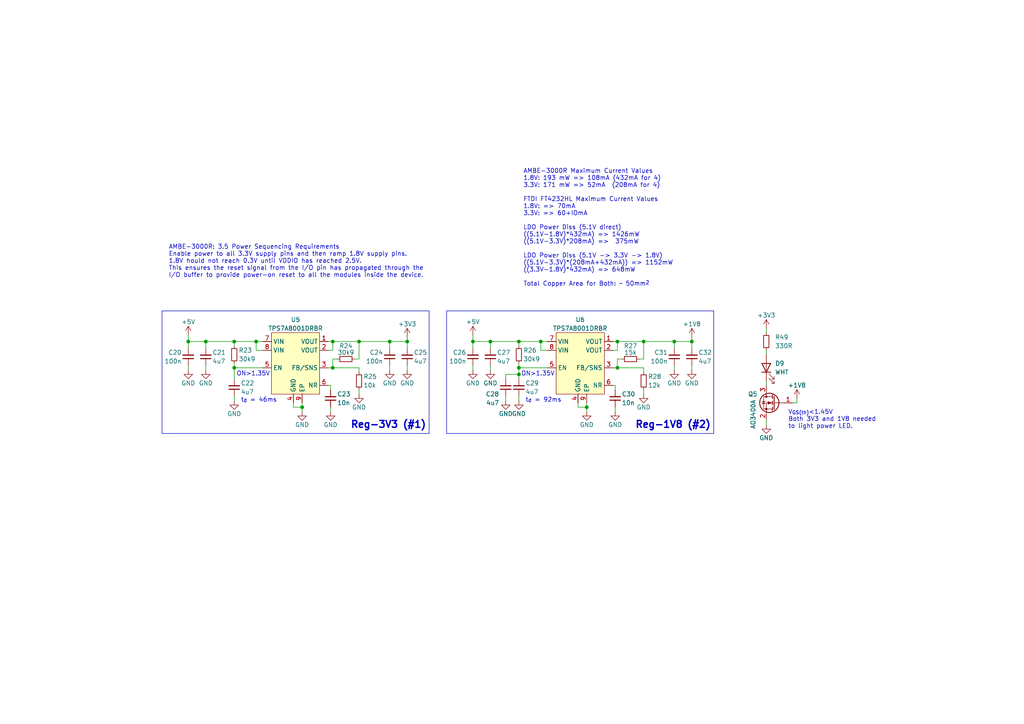
<source format=kicad_sch>
(kicad_sch (version 20230121) (generator eeschema)
  (paper "A4")
  (title_block (title "Quad AMBE-3000R Board (Power Supplies & Sequencing)") (date "2024-02-26") (rev "1.00") (company "M1GEO & G8OCV") (comment 1 "https://github.com/m1geo/Quad-AMBE3000") (comment 2 "https://www.george-smart.co.uk"))
  (lib_symbols
    (symbol "Device:C_Small" (pin_numbers hide) (pin_names (offset 0.254) hide)
      (property "Reference" "C" (at 0.254 1.778 0))
      (property "Value" "C_Small" (at 0.254 -2.032 0))
      (symbol "C_Small_0_1"
        (polyline (pts (xy -1.524 -0.508) (xy 1.524 -0.508)) (stroke (width 0.3302)))
        (polyline (pts (xy -1.524 0.508) (xy 1.524 0.508)) (stroke (width 0.3048)))
      )
      (symbol "C_Small_1_1"
        (pin passive line (at 0 2.54 270) (length 2.032) (name "~") (number "1"))
        (pin passive line (at 0 -2.54 90) (length 2.032) (name "~") (number "2"))
      )
    )
    (symbol "Device:LED" (pin_numbers hide) (pin_names (offset 1.016) hide)
      (property "Reference" "D" (at 0 2.54 0))
      (property "Value" "LED" (at 0 -2.54 0))
      (symbol "LED_0_1"
        (polyline (pts (xy -1.27 -1.27) (xy -1.27 1.27)) (stroke (width 0.254)))
        (polyline (pts (xy -1.27 0) (xy 1.27 0)))
        (polyline (pts (xy 1.27 -1.27) (xy 1.27 1.27) (xy -1.27 0) (xy 1.27 -1.27)) (stroke (width 0.254)))
        (polyline (pts (xy -3.048 -0.762) (xy -4.572 -2.286) (xy -3.81 -2.286) (xy -4.572 -2.286) (xy -4.572 -1.524)))
        (polyline (pts (xy -1.778 -0.762) (xy -3.302 -2.286) (xy -2.54 -2.286) (xy -3.302 -2.286) (xy -3.302 -1.524)))
      )
      (symbol "LED_1_1"
        (pin passive line (at -3.81 0 0) (length 2.54) (name "K") (number "1"))
        (pin passive line (at 3.81 0 180) (length 2.54) (name "A") (number "2"))
      )
    )
    (symbol "Device:R_Small" (pin_numbers hide) (pin_names (offset 0.254) hide)
      (property "Reference" "R" (at 0.762 0.508 0))
      (property "Value" "R_Small" (at 0.762 -1.016 0))
      (symbol "R_Small_0_1"
        (rectangle (start -0.762 1.778) (end 0.762 -1.778) (stroke (width 0.2032)))
      )
      (symbol "R_Small_1_1"
        (pin passive line (at 0 2.54 270) (length 0.762) (name "~") (number "1"))
        (pin passive line (at 0 -2.54 90) (length 0.762) (name "~") (number "2"))
      )
    )
    (symbol "TPS7A8001DRBR:TPS7A8001DRBR"
      (property "Reference" "U" (at -6.35 13.97 0))
      (property "Value" "TPS7A8001DRBR" (at 1.27 11.43 0))
      (symbol "TPS7A8001DRBR_0_0"
        (pin power_out line (at 10.16 7.62 180) (length 2.54) (name "VOUT") (number "1"))
        (pin power_out line (at 10.16 5.08 180) (length 2.54) (name "VOUT") (number "2"))
        (pin input line (at 10.16 0 180) (length 2.54) (name "FB/SNS") (number "3"))
        (pin passive line (at 0 -10.16 90) (length 2.54) (name "GND") (number "4"))
        (pin input line (at -8.89 0 0) (length 2.54) (name "EN") (number "5"))
        (pin passive line (at 10.16 -5.08 180) (length 2.54) (name "NR") (number "6"))
        (pin power_in line (at -8.89 7.62 0) (length 2.54) (name "VIN") (number "7"))
        (pin power_in line (at -8.89 5.08 0) (length 2.54) (name "VIN") (number "8"))
        (pin passive line (at 2.54 -10.16 90) (length 2.54) (name "EP") (number "9"))
      )
      (symbol "TPS7A8001DRBR_1_1"
        (rectangle (start -6.35 10.16) (end 7.62 -7.62) (fill (type background)))
      )
    )
    (symbol "Transistor_FET:AO3400A" (pin_names hide)
      (property "Reference" "Q" (at 5.08 1.905 0))
      (property "Value" "AO3400A" (at 5.08 0 0))
      (symbol "AO3400A_0_1"
        (polyline (pts (xy 0.254 0) (xy -2.54 0)))
        (polyline (pts (xy 0.254 1.905) (xy 0.254 -1.905)) (stroke (width 0.254)))
        (polyline (pts (xy 0.762 -1.27) (xy 0.762 -2.286)) (stroke (width 0.254)))
        (polyline (pts (xy 0.762 0.508) (xy 0.762 -0.508)) (stroke (width 0.254)))
        (polyline (pts (xy 0.762 2.286) (xy 0.762 1.27)) (stroke (width 0.254)))
        (polyline (pts (xy 2.54 2.54) (xy 2.54 1.778)))
        (polyline (pts (xy 2.54 -2.54) (xy 2.54 0) (xy 0.762 0)))
        (polyline (pts (xy 0.762 -1.778) (xy 3.302 -1.778) (xy 3.302 1.778) (xy 0.762 1.778)))
        (polyline (pts (xy 1.016 0) (xy 2.032 0.381) (xy 2.032 -0.381) (xy 1.016 0)) (fill (type outline)))
        (polyline (pts (xy 2.794 0.508) (xy 2.921 0.381) (xy 3.683 0.381) (xy 3.81 0.254)))
        (polyline (pts (xy 3.302 0.381) (xy 2.921 -0.254) (xy 3.683 -0.254) (xy 3.302 0.381)))
        (circle (center 1.651 0) (radius 2.794) (stroke (width 0.254)))
        (circle (center 2.54 -1.778) (radius 0.254) (fill (type outline)))
        (circle (center 2.54 1.778) (radius 0.254) (fill (type outline)))
      )
      (symbol "AO3400A_1_1"
        (pin input line (at -5.08 0 0) (length 2.54) (name "G") (number "1"))
        (pin passive line (at 2.54 -5.08 90) (length 2.54) (name "S") (number "2"))
        (pin passive line (at 2.54 5.08 270) (length 2.54) (name "D") (number "3"))
      )
    )
    (symbol "power:+1V8" (power) (pin_names (offset 0))
      (property "Value" "+1V8" (at 0 3.556 0))
      (symbol "+1V8_0_1"
        (polyline (pts (xy -0.762 1.27) (xy 0 2.54)))
        (polyline (pts (xy 0 0) (xy 0 2.54)))
        (polyline (pts (xy 0 2.54) (xy 0.762 1.27)))
      )
      (symbol "+1V8_1_1"
        (pin power_in line (at 0 0 90) (length 0) hide (name "+1V8") (number "1"))
      )
    )
    (symbol "power:+3V3" (power) (pin_names (offset 0))
      (property "Value" "+3V3" (at 0 3.556 0))
      (symbol "+3V3_0_1"
        (polyline (pts (xy -0.762 1.27) (xy 0 2.54)))
        (polyline (pts (xy 0 0) (xy 0 2.54)))
        (polyline (pts (xy 0 2.54) (xy 0.762 1.27)))
      )
      (symbol "+3V3_1_1"
        (pin power_in line (at 0 0 90) (length 0) hide (name "+3V3") (number "1"))
      )
    )
    (symbol "power:+5V" (power) (pin_names (offset 0))
      (property "Value" "+5V" (at 0 3.556 0))
      (symbol "+5V_0_1"
        (polyline (pts (xy -0.762 1.27) (xy 0 2.54)))
        (polyline (pts (xy 0 0) (xy 0 2.54)))
        (polyline (pts (xy 0 2.54) (xy 0.762 1.27)))
      )
      (symbol "+5V_1_1"
        (pin power_in line (at 0 0 90) (length 0) hide (name "+5V") (number "1"))
      )
    )
    (symbol "power:GND" (power) (pin_names (offset 0))
      (property "Value" "GND" (at 0 -3.81 0))
      (symbol "GND_0_1"
        (polyline (pts (xy 0 0) (xy 0 -1.27) (xy 1.27 -1.27) (xy 0 -2.54) (xy -1.27 -1.27) (xy 0 -1.27)))
      )
      (symbol "GND_1_1"
        (pin power_in line (at 0 0 270) (length 0) hide (name "GND") (number "1"))
      )
    )
  )
  (junction (at 59.69 99.06))
  (junction (at 179.07 106.68))
  (junction (at 118.11 99.06))
  (junction (at 150.495 106.68))
  (junction (at 67.945 106.68))
  (junction (at 200.66 99.06))
  (junction (at 96.52 99.06))
  (junction (at 150.495 99.06))
  (junction (at 54.61 99.06))
  (junction (at 113.03 99.06))
  (junction (at 156.845 99.06))
  (junction (at 170.18 118.11))
  (junction (at 104.14 99.06))
  (junction (at 67.945 99.06))
  (junction (at 74.295 99.06))
  (junction (at 96.52 106.68))
  (junction (at 142.24 99.06))
  (junction (at 137.16 99.06))
  (junction (at 150.495 108.585))
  (junction (at 179.07 99.06))
  (junction (at 186.69 99.06))
  (junction (at 195.58 99.06))
  (junction (at 87.63 118.11))
  (wire (pts (xy 85.09 118.11) (xy 87.63 118.11)))
  (wire (pts (xy 137.16 100.965) (xy 137.16 99.06)))
  (wire (pts (xy 96.52 99.06) (xy 96.52 101.6)))
  (wire (pts (xy 158.75 99.06) (xy 156.845 99.06)))
  (wire (pts (xy 113.03 99.06) (xy 113.03 100.965)))
  (wire (pts (xy 195.58 106.045) (xy 195.58 107.315)))
  (wire (pts (xy 222.25 110.49) (xy 222.25 111.76)))
  (wire (pts (xy 142.24 106.045) (xy 142.24 107.315)))
  (wire (pts (xy 177.8 99.06) (xy 179.07 99.06)))
  (wire (pts (xy 95.25 99.06) (xy 96.52 99.06)))
  (wire (pts (xy 179.07 104.14) (xy 179.07 106.68)))
  (wire (pts (xy 59.69 106.045) (xy 59.69 107.315)))
  (wire (pts (xy 156.845 101.6) (xy 158.75 101.6)))
  (wire (pts (xy 150.495 99.06) (xy 150.495 100.33)))
  (wire (pts (xy 74.295 99.06) (xy 74.295 101.6)))
  (wire (pts (xy 150.495 108.585) (xy 150.495 106.68)))
  (wire (pts (xy 67.945 99.06) (xy 67.945 100.33)))
  (wire (pts (xy 142.24 100.965) (xy 142.24 99.06)))
  (wire (pts (xy 59.69 100.965) (xy 59.69 99.06)))
  (wire (pts (xy 179.07 104.14) (xy 180.34 104.14)))
  (wire (pts (xy 186.69 107.95) (xy 186.69 106.68)))
  (wire (pts (xy 95.885 111.76) (xy 95.25 111.76)))
  (wire (pts (xy 113.03 99.06) (xy 118.11 99.06)))
  (wire (pts (xy 67.945 99.06) (xy 74.295 99.06)))
  (wire (pts (xy 113.03 106.045) (xy 113.03 107.315)))
  (wire (pts (xy 102.87 104.14) (xy 104.14 104.14)))
  (wire (pts (xy 177.8 106.68) (xy 179.07 106.68)))
  (wire (pts (xy 178.435 113.03) (xy 178.435 111.76)))
  (wire (pts (xy 104.14 107.95) (xy 104.14 106.68)))
  (wire (pts (xy 200.66 106.045) (xy 200.66 107.315)))
  (wire (pts (xy 222.25 95.25) (xy 222.25 96.52)))
  (wire (pts (xy 54.61 100.965) (xy 54.61 99.06)))
  (wire (pts (xy 186.69 99.06) (xy 195.58 99.06)))
  (wire (pts (xy 137.16 99.06) (xy 142.24 99.06)))
  (wire (pts (xy 179.07 99.06) (xy 179.07 101.6)))
  (wire (pts (xy 167.64 118.11) (xy 170.18 118.11)))
  (wire (pts (xy 87.63 118.11) (xy 87.63 119.38)))
  (wire (pts (xy 195.58 99.06) (xy 200.66 99.06)))
  (wire (pts (xy 118.11 99.06) (xy 118.11 97.79)))
  (wire (pts (xy 178.435 111.76) (xy 177.8 111.76)))
  (wire (pts (xy 76.2 99.06) (xy 74.295 99.06)))
  (wire (pts (xy 150.495 114.935) (xy 150.495 116.205)))
  (wire (pts (xy 54.61 99.06) (xy 59.69 99.06)))
  (wire (pts (xy 118.11 100.965) (xy 118.11 99.06)))
  (wire (pts (xy 178.435 118.11) (xy 178.435 119.38)))
  (wire (pts (xy 179.07 99.06) (xy 186.69 99.06)))
  (wire (pts (xy 142.24 99.06) (xy 150.495 99.06)))
  (wire (pts (xy 96.52 99.06) (xy 104.14 99.06)))
  (wire (pts (xy 137.16 106.045) (xy 137.16 107.315)))
  (wire (pts (xy 150.495 109.855) (xy 150.495 108.585)))
  (wire (pts (xy 186.69 113.03) (xy 186.69 114.3)))
  (wire (pts (xy 95.885 118.11) (xy 95.885 119.38)))
  (wire (pts (xy 67.945 105.41) (xy 67.945 106.68)))
  (wire (pts (xy 67.945 106.68) (xy 76.2 106.68)))
  (wire (pts (xy 200.66 99.06) (xy 200.66 97.79)))
  (wire (pts (xy 146.685 114.935) (xy 146.685 116.205)))
  (wire (pts (xy 67.945 109.855) (xy 67.945 106.68)))
  (wire (pts (xy 195.58 99.06) (xy 195.58 100.965)))
  (wire (pts (xy 146.685 108.585) (xy 150.495 108.585)))
  (wire (pts (xy 186.69 106.68) (xy 179.07 106.68)))
  (wire (pts (xy 54.61 97.155) (xy 54.61 99.06)))
  (wire (pts (xy 104.14 113.03) (xy 104.14 114.3)))
  (wire (pts (xy 59.69 99.06) (xy 67.945 99.06)))
  (wire (pts (xy 150.495 105.41) (xy 150.495 106.68)))
  (wire (pts (xy 185.42 104.14) (xy 186.69 104.14)))
  (wire (pts (xy 186.69 99.06) (xy 186.69 104.14)))
  (wire (pts (xy 104.14 99.06) (xy 104.14 104.14)))
  (wire (pts (xy 170.18 116.84) (xy 170.18 118.11)))
  (wire (pts (xy 95.25 106.68) (xy 96.52 106.68)))
  (wire (pts (xy 200.66 100.965) (xy 200.66 99.06)))
  (wire (pts (xy 67.945 114.935) (xy 67.945 116.205)))
  (wire (pts (xy 87.63 116.84) (xy 87.63 118.11)))
  (wire (pts (xy 167.64 118.11) (xy 167.64 116.84)))
  (wire (pts (xy 85.09 118.11) (xy 85.09 116.84)))
  (wire (pts (xy 231.14 116.84) (xy 229.87 116.84)))
  (wire (pts (xy 95.885 113.03) (xy 95.885 111.76)))
  (wire (pts (xy 137.16 97.155) (xy 137.16 99.06)))
  (wire (pts (xy 150.495 99.06) (xy 156.845 99.06)))
  (wire (pts (xy 96.52 104.14) (xy 96.52 106.68)))
  (wire (pts (xy 222.25 121.92) (xy 222.25 123.19)))
  (wire (pts (xy 146.685 109.855) (xy 146.685 108.585)))
  (wire (pts (xy 54.61 106.045) (xy 54.61 107.315)))
  (wire (pts (xy 104.14 106.68) (xy 96.52 106.68)))
  (wire (pts (xy 177.8 101.6) (xy 179.07 101.6)))
  (wire (pts (xy 74.295 101.6) (xy 76.2 101.6)))
  (wire (pts (xy 96.52 104.14) (xy 97.79 104.14)))
  (wire (pts (xy 95.25 101.6) (xy 96.52 101.6)))
  (wire (pts (xy 222.25 101.6) (xy 222.25 102.87)))
  (wire (pts (xy 156.845 99.06) (xy 156.845 101.6)))
  (wire (pts (xy 170.18 118.11) (xy 170.18 119.38)))
  (wire (pts (xy 150.495 106.68) (xy 158.75 106.68)))
  (wire (pts (xy 118.11 106.045) (xy 118.11 107.315)))
  (wire (pts (xy 104.14 99.06) (xy 113.03 99.06)))
  (wire (pts (xy 231.14 115.57) (xy 231.14 116.84)))
  (rectangle (start 129.54 90.17) (end 207.01 125.73))
  (rectangle (start 46.99 90.17) (end 124.46 125.73))
  (text "V_{GS(th)}<1.45V\nBoth 3V3 and 1V8 needed\nto light power LED." (at 228.6 124.46 0) (effects (font (size 1.27 1.27)) (justify left bottom)))
  (text "AMBE-3000R: 3.5 Power Sequencing Requirements\nEnable power to all 3.3V supply pins and then ramp 1.8V supply pins.\n1.8V hould not reach 0.3V until VDDIO has reached 2.5V.\nThis ensures the reset signal from the I/O pin has propagated through the\nI/O buffer to provide power-on reset to all the modules inside the device." (at 48.895 80.645 0) (effects (font (size 1.27 1.27)) (justify left bottom)))
  (text "AMBE-3000R Maximum Current Values\n1.8V: 193 mW => 108mA (432mA for 4)\n3.3V: 171 mW => 52mA  (208mA for 4)\n\nFTDI FT4232HL Maximum Current Values\n1.8V: => 70mA\n3.3V: => 60+IOmA\n\nLDO Power Diss (5.1V direct)\n((5.1V-1.8V)*432mA) => 1426mW\n((5.1V-3.3V)*208mA) =>  375mW\n\nLDO Power Diss (5.1V -> 3.3V -> 1.8V)\n((5.1V-3.3V)*(208mA+432mA)) => 1152mW\n((3.3V-1.8V)*432mA) => 648mW\n\nTotal Copper Area for Both: ~ 50mm^{2}" (at 151.765 83.185 0) (effects (font (size 1.27 1.27)) (justify left bottom)))
  (text "Reg-3V3 (#1)" (at 101.6 124.46 0) (effects (font (size 2 2) (thickness 0.4) bold) (justify left bottom)))
  (text "Reg-1V8 (#2)" (at 184.15 124.46 0) (effects (font (size 2 2) (thickness 0.4) bold) (justify left bottom)))
  (text "t_{d} = 46ms" (at 69.85 116.84 0) (effects (font (size 1.27 1.27)) (justify left bottom)))
  (text "ON>1.35V" (at 151.13 109.22 0) (effects (font (size 1.27 1.27)) (justify left bottom)))
  (text "ON>1.35V" (at 68.58 109.22 0) (effects (font (size 1.27 1.27)) (justify left bottom)))
  (text "t_{d} = 92ms" (at 152.4 116.84 0) (effects (font (size 1.27 1.27)) (justify left bottom)))
  (symbol (lib_id "Device:C_Small") (at 118.11 103.505 180) (unit 1)
    (property "Reference" "C25" (at 120.015 102.235 0) (effects (justify right)))
    (property "Value" "4u7" (at 120.015 104.775 0) (effects (justify right)))
    (property "Footprint" "Capacitor_SMD:C_0603_1608Metric" (effects hide))
    (property "Datasheet" "https://datasheet.lcsc.com/lcsc/2304140030_Samsung-Electro-Mechanics-CL10A475KO8NNNC_C19666.pdf" (effects hide))
    (property "LCSC" "C19666" (effects hide))
  )
  (symbol (lib_id "TPS7A8001DRBR:TPS7A8001DRBR") (at 167.64 106.68 0) (unit 1)
    (property "Reference" "U6" (at 168.275 92.71 0))
    (property "Value" "TPS7A8001DRBR" (at 168.275 95.25 0))
    (property "Footprint" "Package_DFN_QFN:Texas_DRB0008A" (effects hide))
    (property "Datasheet" "https://datasheet.lcsc.com/lcsc/1810081532_Texas-Instruments-TPS7A8001DRBR_C105265.pdf" (effects hide))
    (property "LCSC" "C105265" (effects hide))
  )
  (symbol (lib_id "Device:C_Small") (at 195.58 103.505 0) (mirror x) (unit 1)
    (property "Reference" "C31" (at 193.675 102.235 0) (effects (justify right)))
    (property "Value" "100n" (at 193.675 104.775 0) (effects (justify right)))
    (property "Footprint" "Capacitor_SMD:C_0603_1608Metric" (effects hide))
    (property "Datasheet" "https://datasheet.lcsc.com/lcsc/2211101700_YAGEO-CC0603KRX7R9BB104_C14663.pdf" (effects hide))
    (property "LCSC" "C14663" (effects hide))
  )
  (symbol (lib_id "Device:C_Small") (at 146.685 112.395 0) (mirror x) (unit 1)
    (property "Reference" "C28" (at 144.78 114.3 0) (effects (justify right)))
    (property "Value" "4u7" (at 144.78 116.84 0) (effects (justify right)))
    (property "Footprint" "Capacitor_SMD:C_0603_1608Metric" (effects hide))
    (property "Datasheet" "https://datasheet.lcsc.com/lcsc/2304140030_Samsung-Electro-Mechanics-CL10A475KO8NNNC_C19666.pdf" (effects hide))
    (property "LCSC" "C19666" (effects hide))
  )
  (symbol (lib_id "power:GND") (at 104.14 114.3 0) (unit 1)
    (property "Reference" "#PWR049" (effects hide))
    (property "Value" "GND" (at 104.14 118.11 0))
  )
  (symbol (lib_id "power:+3V3") (at 118.11 97.79 0) (unit 1)
    (property "Reference" "#PWR051" (effects hide))
    (property "Value" "+3V3" (at 118.11 93.98 0))
  )
  (symbol (lib_id "power:GND") (at 186.69 114.3 0) (unit 1)
    (property "Reference" "#PWR060" (effects hide))
    (property "Value" "GND" (at 186.69 118.11 0))
  )
  (symbol (lib_id "Device:C_Small") (at 178.435 115.57 180) (unit 1)
    (property "Reference" "C30" (at 180.34 114.3 0) (effects (justify right)))
    (property "Value" "10n" (at 180.34 116.84 0) (effects (justify right)))
    (property "Footprint" "Capacitor_SMD:C_0603_1608Metric" (effects hide))
    (property "Datasheet" "https://datasheet.lcsc.com/lcsc/2304140030_FH--Guangdong-Fenghua-Advanced-Tech-0603B103K500NT_C57112.pdf" (effects hide))
    (property "LCSC" "C57112" (effects hide))
  )
  (symbol (lib_id "power:GND") (at 146.685 116.205 0) (mirror y) (unit 1)
    (property "Reference" "#PWR056" (effects hide))
    (property "Value" "GND" (at 146.685 120.015 0))
  )
  (symbol (lib_id "Device:C_Small") (at 54.61 103.505 0) (mirror x) (unit 1)
    (property "Reference" "C20" (at 52.705 102.235 0) (effects (justify right)))
    (property "Value" "100n" (at 52.705 104.775 0) (effects (justify right)))
    (property "Footprint" "Capacitor_SMD:C_0603_1608Metric" (effects hide))
    (property "Datasheet" "https://datasheet.lcsc.com/lcsc/2211101700_YAGEO-CC0603KRX7R9BB104_C14663.pdf" (effects hide))
    (property "LCSC" "C14663" (effects hide))
  )
  (symbol (lib_id "power:GND") (at 200.66 107.315 0) (unit 1)
    (property "Reference" "#PWR063" (effects hide))
    (property "Value" "GND" (at 200.66 111.125 0))
  )
  (symbol (lib_id "Device:C_Small") (at 59.69 103.505 180) (unit 1)
    (property "Reference" "C21" (at 61.595 102.235 0) (effects (justify right)))
    (property "Value" "4u7" (at 61.595 104.775 0) (effects (justify right)))
    (property "Footprint" "Capacitor_SMD:C_0603_1608Metric" (effects hide))
    (property "Datasheet" "https://datasheet.lcsc.com/lcsc/2304140030_Samsung-Electro-Mechanics-CL10A475KO8NNNC_C19666.pdf" (effects hide))
    (property "LCSC" "C19666" (effects hide))
  )
  (symbol (lib_id "power:+3V3") (at 222.25 95.25 0) (unit 1)
    (property "Reference" "#PWR0153" (effects hide))
    (property "Value" "+3V3" (at 222.25 91.44 0))
  )
  (symbol (lib_id "power:GND") (at 118.11 107.315 0) (unit 1)
    (property "Reference" "#PWR052" (effects hide))
    (property "Value" "GND" (at 118.11 111.125 0))
  )
  (symbol (lib_id "power:GND") (at 178.435 119.38 0) (unit 1)
    (property "Reference" "#PWR059" (effects hide))
    (property "Value" "GND" (at 178.435 123.19 0))
  )
  (symbol (lib_id "Transistor_FET:AO3400A") (at 224.79 116.84 0) (mirror y) (unit 1)
    (property "Reference" "Q5" (at 219.71 114.3 0) (effects (justify left)))
    (property "Value" "AO3400A" (at 218.44 124.46 90) (effects (justify left)))
    (property "Footprint" "Package_TO_SOT_SMD:SOT-23" (effects hide))
    (property "Datasheet" "https://datasheet.lcsc.com/lcsc/1811081213_Alpha---Omega-Semicon-AO3400A_C20917.pdf" (effects hide))
    (property "LCSC" "C20917" (effects hide))
  )
  (symbol (lib_id "Device:LED") (at 222.25 106.68 90) (unit 1)
    (property "Reference" "D9" (at 224.79 105.41 90) (effects (justify right)))
    (property "Value" "WHT" (at 224.79 107.95 90) (effects (justify right)))
    (property "Footprint" "LED_SMD:LED_0603_1608Metric" (effects hide))
    (property "Datasheet" "https://datasheet.lcsc.com/lcsc/2305091500_Hubei-KENTO-Elec-KT-0603W_C2290.pdf" (effects hide))
    (property "LCSC" "C2290" (effects hide))
  )
  (symbol (lib_id "power:GND") (at 222.25 123.19 0) (unit 1)
    (property "Reference" "#PWR0156" (effects hide))
    (property "Value" "GND" (at 222.25 127 0))
  )
  (symbol (lib_id "power:+5V") (at 54.61 97.155 0) (unit 1)
    (property "Reference" "#PWR043" (effects hide))
    (property "Value" "+5V" (at 54.61 93.345 0))
  )
  (symbol (lib_id "Device:C_Small") (at 150.495 112.395 180) (unit 1)
    (property "Reference" "C29" (at 152.4 111.125 0) (effects (justify right)))
    (property "Value" "4u7" (at 152.4 113.665 0) (effects (justify right)))
    (property "Footprint" "Capacitor_SMD:C_0603_1608Metric" (effects hide))
    (property "Datasheet" "https://datasheet.lcsc.com/lcsc/2304140030_Samsung-Electro-Mechanics-CL10A475KO8NNNC_C19666.pdf" (effects hide))
    (property "LCSC" "C19666" (effects hide))
  )
  (symbol (lib_id "Device:R_Small") (at 100.33 104.14 270) (unit 1)
    (property "Reference" "R24" (at 100.33 100.33 90))
    (property "Value" "30k9" (at 100.33 102.235 90))
    (property "Footprint" "Resistor_SMD:R_0603_1608Metric" (effects hide))
    (property "Datasheet" "https://datasheet.lcsc.com/lcsc/2304140030_Viking-Tech-ARG03FTC3092_C217957.pdf" (effects hide))
    (property "LCSC" "C217957" (effects hide))
  )
  (symbol (lib_id "Device:C_Small") (at 95.885 115.57 180) (unit 1)
    (property "Reference" "C23" (at 97.79 114.3 0) (effects (justify right)))
    (property "Value" "10n" (at 97.79 116.84 0) (effects (justify right)))
    (property "Footprint" "Capacitor_SMD:C_0603_1608Metric" (effects hide))
    (property "Datasheet" "https://datasheet.lcsc.com/lcsc/2304140030_FH--Guangdong-Fenghua-Advanced-Tech-0603B103K500NT_C57112.pdf" (effects hide))
    (property "LCSC" "C57112" (effects hide))
  )
  (symbol (lib_id "Device:R_Small") (at 186.69 110.49 0) (unit 1)
    (property "Reference" "R28" (at 187.96 109.22 0) (effects (justify left)))
    (property "Value" "12k" (at 187.96 111.76 0) (effects (justify left)))
    (property "Footprint" "Resistor_SMD:R_0603_1608Metric" (effects hide))
    (property "Datasheet" "https://datasheet.lcsc.com/lcsc/2206010130_UNI-ROYAL-Uniroyal-Elec-0603WAF1202T5E_C22790.pdf" (effects hide))
    (property "LCSC" "C22790" (effects hide))
  )
  (symbol (lib_id "power:GND") (at 87.63 119.38 0) (unit 1)
    (property "Reference" "#PWR047" (effects hide))
    (property "Value" "GND" (at 87.63 123.19 0))
  )
  (symbol (lib_id "power:+5V") (at 137.16 97.155 0) (unit 1)
    (property "Reference" "#PWR053" (effects hide))
    (property "Value" "+5V" (at 137.16 93.345 0))
  )
  (symbol (lib_id "power:GND") (at 59.69 107.315 0) (unit 1)
    (property "Reference" "#PWR045" (effects hide))
    (property "Value" "GND" (at 59.69 111.125 0))
  )
  (symbol (lib_id "Device:R_Small") (at 150.495 102.87 180) (unit 1)
    (property "Reference" "R26" (at 151.765 101.6 0) (effects (justify right)))
    (property "Value" "30k9" (at 151.765 104.14 0) (effects (justify right)))
    (property "Footprint" "Resistor_SMD:R_0603_1608Metric" (effects hide))
    (property "Datasheet" "https://datasheet.lcsc.com/lcsc/2304140030_Viking-Tech-ARG03FTC3092_C217957.pdf" (effects hide))
    (property "LCSC" "C217957" (effects hide))
  )
  (symbol (lib_id "power:GND") (at 95.885 119.38 0) (unit 1)
    (property "Reference" "#PWR048" (effects hide))
    (property "Value" "GND" (at 95.885 123.19 0))
  )
  (symbol (lib_id "power:+1V8") (at 200.66 97.79 0) (unit 1)
    (property "Reference" "#PWR062" (effects hide))
    (property "Value" "+1V8" (at 200.66 93.98 0))
  )
  (symbol (lib_id "Device:C_Small") (at 67.945 112.395 180) (unit 1)
    (property "Reference" "C22" (at 69.85 111.125 0) (effects (justify right)))
    (property "Value" "4u7" (at 69.85 113.665 0) (effects (justify right)))
    (property "Footprint" "Capacitor_SMD:C_0603_1608Metric" (effects hide))
    (property "Datasheet" "https://datasheet.lcsc.com/lcsc/2304140030_Samsung-Electro-Mechanics-CL10A475KO8NNNC_C19666.pdf" (effects hide))
    (property "LCSC" "C19666" (effects hide))
  )
  (symbol (lib_id "Device:C_Small") (at 200.66 103.505 180) (unit 1)
    (property "Reference" "C32" (at 202.565 102.235 0) (effects (justify right)))
    (property "Value" "4u7" (at 202.565 104.775 0) (effects (justify right)))
    (property "Footprint" "Capacitor_SMD:C_0603_1608Metric" (effects hide))
    (property "Datasheet" "https://datasheet.lcsc.com/lcsc/2304140030_Samsung-Electro-Mechanics-CL10A475KO8NNNC_C19666.pdf" (effects hide))
    (property "LCSC" "C19666" (effects hide))
  )
  (symbol (lib_id "Device:R_Small") (at 222.25 99.06 0) (unit 1)
    (property "Reference" "R49" (at 224.79 97.79 0) (effects (justify left)))
    (property "Value" "330R" (at 224.79 100.33 0) (effects (justify left)))
    (property "Footprint" "Resistor_SMD:R_0603_1608Metric" (effects hide))
    (property "Datasheet" "https://datasheet.lcsc.com/lcsc/2206010116_UNI-ROYAL-Uniroyal-Elec-0603WAF3300T5E_C23138.pdf" (effects hide))
    (property "LCSC" "C23138" (effects hide))
  )
  (symbol (lib_id "Device:C_Small") (at 142.24 103.505 180) (unit 1)
    (property "Reference" "C27" (at 144.145 102.235 0) (effects (justify right)))
    (property "Value" "4u7" (at 144.145 104.775 0) (effects (justify right)))
    (property "Footprint" "Capacitor_SMD:C_0603_1608Metric" (effects hide))
    (property "Datasheet" "https://datasheet.lcsc.com/lcsc/2304140030_Samsung-Electro-Mechanics-CL10A475KO8NNNC_C19666.pdf" (effects hide))
    (property "LCSC" "C19666" (effects hide))
  )
  (symbol (lib_id "Device:R_Small") (at 67.945 102.87 180) (unit 1)
    (property "Reference" "R23" (at 69.215 101.6 0) (effects (justify right)))
    (property "Value" "30k9" (at 69.215 104.14 0) (effects (justify right)))
    (property "Footprint" "Resistor_SMD:R_0603_1608Metric" (effects hide))
    (property "Datasheet" "https://datasheet.lcsc.com/lcsc/2304140030_Viking-Tech-ARG03FTC3092_C217957.pdf" (effects hide))
    (property "LCSC" "C217957" (effects hide))
  )
  (symbol (lib_id "TPS7A8001DRBR:TPS7A8001DRBR") (at 85.09 106.68 0) (unit 1)
    (property "Reference" "U5" (at 85.725 92.71 0))
    (property "Value" "TPS7A8001DRBR" (at 85.725 95.25 0))
    (property "Footprint" "Package_DFN_QFN:Texas_DRB0008A" (effects hide))
    (property "Datasheet" "https://datasheet.lcsc.com/lcsc/1810081532_Texas-Instruments-TPS7A8001DRBR_C105265.pdf" (effects hide))
    (property "LCSC" "C105265" (effects hide))
  )
  (symbol (lib_id "power:GND") (at 67.945 116.205 0) (unit 1)
    (property "Reference" "#PWR046" (effects hide))
    (property "Value" "GND" (at 67.945 120.015 0))
  )
  (symbol (lib_id "power:GND") (at 137.16 107.315 0) (unit 1)
    (property "Reference" "#PWR054" (effects hide))
    (property "Value" "GND" (at 137.16 111.125 0))
  )
  (symbol (lib_id "Device:R_Small") (at 182.88 104.14 270) (unit 1)
    (property "Reference" "R27" (at 182.88 100.33 90))
    (property "Value" "15k" (at 182.88 102.235 90))
    (property "Footprint" "Resistor_SMD:R_0603_1608Metric" (effects hide))
    (property "Datasheet" "https://datasheet.lcsc.com/lcsc/2206010130_UNI-ROYAL-Uniroyal-Elec-0603WAF1502T5E_C22809.pdf" (effects hide))
    (property "LCSC" "C22809" (effects hide))
  )
  (symbol (lib_id "Device:C_Small") (at 113.03 103.505 0) (mirror x) (unit 1)
    (property "Reference" "C24" (at 111.125 102.235 0) (effects (justify right)))
    (property "Value" "100n" (at 111.125 104.775 0) (effects (justify right)))
    (property "Footprint" "Capacitor_SMD:C_0603_1608Metric" (effects hide))
    (property "Datasheet" "https://datasheet.lcsc.com/lcsc/2211101700_YAGEO-CC0603KRX7R9BB104_C14663.pdf" (effects hide))
    (property "LCSC" "C14663" (effects hide))
  )
  (symbol (lib_id "power:GND") (at 150.495 116.205 0) (unit 1)
    (property "Reference" "#PWR057" (effects hide))
    (property "Value" "GND" (at 150.495 120.015 0))
  )
  (symbol (lib_id "power:GND") (at 54.61 107.315 0) (unit 1)
    (property "Reference" "#PWR044" (effects hide))
    (property "Value" "GND" (at 54.61 111.125 0))
  )
  (symbol (lib_id "power:+1V8") (at 231.14 115.57 0) (unit 1)
    (property "Reference" "#PWR0184" (effects hide))
    (property "Value" "+1V8" (at 231.14 111.76 0))
  )
  (symbol (lib_id "Device:C_Small") (at 137.16 103.505 0) (mirror x) (unit 1)
    (property "Reference" "C26" (at 135.255 102.235 0) (effects (justify right)))
    (property "Value" "100n" (at 135.255 104.775 0) (effects (justify right)))
    (property "Footprint" "Capacitor_SMD:C_0603_1608Metric" (effects hide))
    (property "Datasheet" "https://datasheet.lcsc.com/lcsc/2211101700_YAGEO-CC0603KRX7R9BB104_C14663.pdf" (effects hide))
    (property "LCSC" "C14663" (effects hide))
  )
  (symbol (lib_id "power:GND") (at 142.24 107.315 0) (unit 1)
    (property "Reference" "#PWR055" (effects hide))
    (property "Value" "GND" (at 142.24 111.125 0))
  )
  (symbol (lib_id "power:GND") (at 170.18 119.38 0) (unit 1)
    (property "Reference" "#PWR058" (effects hide))
    (property "Value" "GND" (at 170.18 123.19 0))
  )
  (symbol (lib_id "power:GND") (at 195.58 107.315 0) (unit 1)
    (property "Reference" "#PWR061" (effects hide))
    (property "Value" "GND" (at 195.58 111.125 0))
  )
  (symbol (lib_id "power:GND") (at 113.03 107.315 0) (unit 1)
    (property "Reference" "#PWR050" (effects hide))
    (property "Value" "GND" (at 113.03 111.125 0))
  )
  (symbol (lib_id "Device:R_Small") (at 104.14 110.49 180) (unit 1)
    (property "Reference" "R25" (at 105.41 109.22 0) (effects (justify right)))
    (property "Value" "10k" (at 105.41 111.76 0) (effects (justify right)))
    (property "Footprint" "Resistor_SMD:R_0603_1608Metric" (effects hide))
    (property "Datasheet" "https://datasheet.lcsc.com/lcsc/2206010045_UNI-ROYAL-Uniroyal-Elec-0603WAF1002T5E_C25804.pdf" (effects hide))
    (property "LCSC" "C25804" (effects hide))
  )
)
</source>
